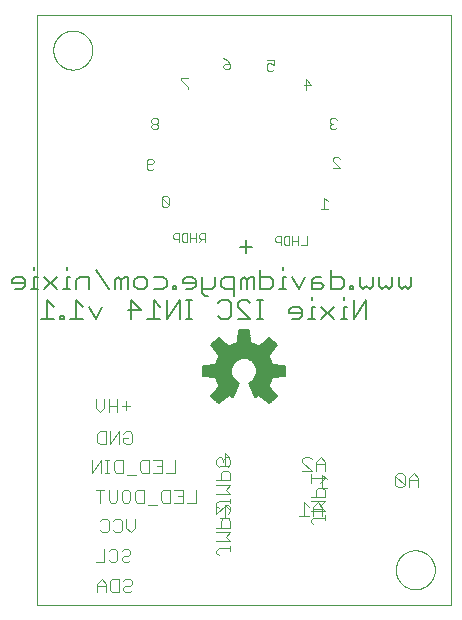
<source format=gbo>
G75*
%MOIN*%
%OFA0B0*%
%FSLAX25Y25*%
%IPPOS*%
%LPD*%
%AMOC8*
5,1,8,0,0,1.08239X$1,22.5*
%
%ADD10C,0.00000*%
%ADD11C,0.00600*%
%ADD12C,0.00400*%
%ADD13C,0.00300*%
%ADD14C,0.00591*%
D10*
X0007524Y0003094D02*
X0007524Y0199944D01*
X0145319Y0199944D01*
X0145319Y0003094D01*
X0007524Y0003094D01*
X0127008Y0014905D02*
X0127010Y0015066D01*
X0127016Y0015226D01*
X0127026Y0015387D01*
X0127040Y0015547D01*
X0127058Y0015707D01*
X0127079Y0015866D01*
X0127105Y0016025D01*
X0127135Y0016183D01*
X0127168Y0016340D01*
X0127206Y0016497D01*
X0127247Y0016652D01*
X0127292Y0016806D01*
X0127341Y0016959D01*
X0127394Y0017111D01*
X0127450Y0017262D01*
X0127511Y0017411D01*
X0127574Y0017559D01*
X0127642Y0017705D01*
X0127713Y0017849D01*
X0127787Y0017991D01*
X0127865Y0018132D01*
X0127947Y0018270D01*
X0128032Y0018407D01*
X0128120Y0018541D01*
X0128212Y0018673D01*
X0128307Y0018803D01*
X0128405Y0018931D01*
X0128506Y0019056D01*
X0128610Y0019178D01*
X0128717Y0019298D01*
X0128827Y0019415D01*
X0128940Y0019530D01*
X0129056Y0019641D01*
X0129175Y0019750D01*
X0129296Y0019855D01*
X0129420Y0019958D01*
X0129546Y0020058D01*
X0129674Y0020154D01*
X0129805Y0020247D01*
X0129939Y0020337D01*
X0130074Y0020424D01*
X0130212Y0020507D01*
X0130351Y0020587D01*
X0130493Y0020663D01*
X0130636Y0020736D01*
X0130781Y0020805D01*
X0130928Y0020871D01*
X0131076Y0020933D01*
X0131226Y0020991D01*
X0131377Y0021046D01*
X0131530Y0021097D01*
X0131684Y0021144D01*
X0131839Y0021187D01*
X0131995Y0021226D01*
X0132151Y0021262D01*
X0132309Y0021293D01*
X0132467Y0021321D01*
X0132626Y0021345D01*
X0132786Y0021365D01*
X0132946Y0021381D01*
X0133106Y0021393D01*
X0133267Y0021401D01*
X0133428Y0021405D01*
X0133588Y0021405D01*
X0133749Y0021401D01*
X0133910Y0021393D01*
X0134070Y0021381D01*
X0134230Y0021365D01*
X0134390Y0021345D01*
X0134549Y0021321D01*
X0134707Y0021293D01*
X0134865Y0021262D01*
X0135021Y0021226D01*
X0135177Y0021187D01*
X0135332Y0021144D01*
X0135486Y0021097D01*
X0135639Y0021046D01*
X0135790Y0020991D01*
X0135940Y0020933D01*
X0136088Y0020871D01*
X0136235Y0020805D01*
X0136380Y0020736D01*
X0136523Y0020663D01*
X0136665Y0020587D01*
X0136804Y0020507D01*
X0136942Y0020424D01*
X0137077Y0020337D01*
X0137211Y0020247D01*
X0137342Y0020154D01*
X0137470Y0020058D01*
X0137596Y0019958D01*
X0137720Y0019855D01*
X0137841Y0019750D01*
X0137960Y0019641D01*
X0138076Y0019530D01*
X0138189Y0019415D01*
X0138299Y0019298D01*
X0138406Y0019178D01*
X0138510Y0019056D01*
X0138611Y0018931D01*
X0138709Y0018803D01*
X0138804Y0018673D01*
X0138896Y0018541D01*
X0138984Y0018407D01*
X0139069Y0018270D01*
X0139151Y0018132D01*
X0139229Y0017991D01*
X0139303Y0017849D01*
X0139374Y0017705D01*
X0139442Y0017559D01*
X0139505Y0017411D01*
X0139566Y0017262D01*
X0139622Y0017111D01*
X0139675Y0016959D01*
X0139724Y0016806D01*
X0139769Y0016652D01*
X0139810Y0016497D01*
X0139848Y0016340D01*
X0139881Y0016183D01*
X0139911Y0016025D01*
X0139937Y0015866D01*
X0139958Y0015707D01*
X0139976Y0015547D01*
X0139990Y0015387D01*
X0140000Y0015226D01*
X0140006Y0015066D01*
X0140008Y0014905D01*
X0140006Y0014744D01*
X0140000Y0014584D01*
X0139990Y0014423D01*
X0139976Y0014263D01*
X0139958Y0014103D01*
X0139937Y0013944D01*
X0139911Y0013785D01*
X0139881Y0013627D01*
X0139848Y0013470D01*
X0139810Y0013313D01*
X0139769Y0013158D01*
X0139724Y0013004D01*
X0139675Y0012851D01*
X0139622Y0012699D01*
X0139566Y0012548D01*
X0139505Y0012399D01*
X0139442Y0012251D01*
X0139374Y0012105D01*
X0139303Y0011961D01*
X0139229Y0011819D01*
X0139151Y0011678D01*
X0139069Y0011540D01*
X0138984Y0011403D01*
X0138896Y0011269D01*
X0138804Y0011137D01*
X0138709Y0011007D01*
X0138611Y0010879D01*
X0138510Y0010754D01*
X0138406Y0010632D01*
X0138299Y0010512D01*
X0138189Y0010395D01*
X0138076Y0010280D01*
X0137960Y0010169D01*
X0137841Y0010060D01*
X0137720Y0009955D01*
X0137596Y0009852D01*
X0137470Y0009752D01*
X0137342Y0009656D01*
X0137211Y0009563D01*
X0137077Y0009473D01*
X0136942Y0009386D01*
X0136804Y0009303D01*
X0136665Y0009223D01*
X0136523Y0009147D01*
X0136380Y0009074D01*
X0136235Y0009005D01*
X0136088Y0008939D01*
X0135940Y0008877D01*
X0135790Y0008819D01*
X0135639Y0008764D01*
X0135486Y0008713D01*
X0135332Y0008666D01*
X0135177Y0008623D01*
X0135021Y0008584D01*
X0134865Y0008548D01*
X0134707Y0008517D01*
X0134549Y0008489D01*
X0134390Y0008465D01*
X0134230Y0008445D01*
X0134070Y0008429D01*
X0133910Y0008417D01*
X0133749Y0008409D01*
X0133588Y0008405D01*
X0133428Y0008405D01*
X0133267Y0008409D01*
X0133106Y0008417D01*
X0132946Y0008429D01*
X0132786Y0008445D01*
X0132626Y0008465D01*
X0132467Y0008489D01*
X0132309Y0008517D01*
X0132151Y0008548D01*
X0131995Y0008584D01*
X0131839Y0008623D01*
X0131684Y0008666D01*
X0131530Y0008713D01*
X0131377Y0008764D01*
X0131226Y0008819D01*
X0131076Y0008877D01*
X0130928Y0008939D01*
X0130781Y0009005D01*
X0130636Y0009074D01*
X0130493Y0009147D01*
X0130351Y0009223D01*
X0130212Y0009303D01*
X0130074Y0009386D01*
X0129939Y0009473D01*
X0129805Y0009563D01*
X0129674Y0009656D01*
X0129546Y0009752D01*
X0129420Y0009852D01*
X0129296Y0009955D01*
X0129175Y0010060D01*
X0129056Y0010169D01*
X0128940Y0010280D01*
X0128827Y0010395D01*
X0128717Y0010512D01*
X0128610Y0010632D01*
X0128506Y0010754D01*
X0128405Y0010879D01*
X0128307Y0011007D01*
X0128212Y0011137D01*
X0128120Y0011269D01*
X0128032Y0011403D01*
X0127947Y0011540D01*
X0127865Y0011678D01*
X0127787Y0011819D01*
X0127713Y0011961D01*
X0127642Y0012105D01*
X0127574Y0012251D01*
X0127511Y0012399D01*
X0127450Y0012548D01*
X0127394Y0012699D01*
X0127341Y0012851D01*
X0127292Y0013004D01*
X0127247Y0013158D01*
X0127206Y0013313D01*
X0127168Y0013470D01*
X0127135Y0013627D01*
X0127105Y0013785D01*
X0127079Y0013944D01*
X0127058Y0014103D01*
X0127040Y0014263D01*
X0127026Y0014423D01*
X0127016Y0014584D01*
X0127010Y0014744D01*
X0127008Y0014905D01*
X0012835Y0188133D02*
X0012837Y0188294D01*
X0012843Y0188454D01*
X0012853Y0188615D01*
X0012867Y0188775D01*
X0012885Y0188935D01*
X0012906Y0189094D01*
X0012932Y0189253D01*
X0012962Y0189411D01*
X0012995Y0189568D01*
X0013033Y0189725D01*
X0013074Y0189880D01*
X0013119Y0190034D01*
X0013168Y0190187D01*
X0013221Y0190339D01*
X0013277Y0190490D01*
X0013338Y0190639D01*
X0013401Y0190787D01*
X0013469Y0190933D01*
X0013540Y0191077D01*
X0013614Y0191219D01*
X0013692Y0191360D01*
X0013774Y0191498D01*
X0013859Y0191635D01*
X0013947Y0191769D01*
X0014039Y0191901D01*
X0014134Y0192031D01*
X0014232Y0192159D01*
X0014333Y0192284D01*
X0014437Y0192406D01*
X0014544Y0192526D01*
X0014654Y0192643D01*
X0014767Y0192758D01*
X0014883Y0192869D01*
X0015002Y0192978D01*
X0015123Y0193083D01*
X0015247Y0193186D01*
X0015373Y0193286D01*
X0015501Y0193382D01*
X0015632Y0193475D01*
X0015766Y0193565D01*
X0015901Y0193652D01*
X0016039Y0193735D01*
X0016178Y0193815D01*
X0016320Y0193891D01*
X0016463Y0193964D01*
X0016608Y0194033D01*
X0016755Y0194099D01*
X0016903Y0194161D01*
X0017053Y0194219D01*
X0017204Y0194274D01*
X0017357Y0194325D01*
X0017511Y0194372D01*
X0017666Y0194415D01*
X0017822Y0194454D01*
X0017978Y0194490D01*
X0018136Y0194521D01*
X0018294Y0194549D01*
X0018453Y0194573D01*
X0018613Y0194593D01*
X0018773Y0194609D01*
X0018933Y0194621D01*
X0019094Y0194629D01*
X0019255Y0194633D01*
X0019415Y0194633D01*
X0019576Y0194629D01*
X0019737Y0194621D01*
X0019897Y0194609D01*
X0020057Y0194593D01*
X0020217Y0194573D01*
X0020376Y0194549D01*
X0020534Y0194521D01*
X0020692Y0194490D01*
X0020848Y0194454D01*
X0021004Y0194415D01*
X0021159Y0194372D01*
X0021313Y0194325D01*
X0021466Y0194274D01*
X0021617Y0194219D01*
X0021767Y0194161D01*
X0021915Y0194099D01*
X0022062Y0194033D01*
X0022207Y0193964D01*
X0022350Y0193891D01*
X0022492Y0193815D01*
X0022631Y0193735D01*
X0022769Y0193652D01*
X0022904Y0193565D01*
X0023038Y0193475D01*
X0023169Y0193382D01*
X0023297Y0193286D01*
X0023423Y0193186D01*
X0023547Y0193083D01*
X0023668Y0192978D01*
X0023787Y0192869D01*
X0023903Y0192758D01*
X0024016Y0192643D01*
X0024126Y0192526D01*
X0024233Y0192406D01*
X0024337Y0192284D01*
X0024438Y0192159D01*
X0024536Y0192031D01*
X0024631Y0191901D01*
X0024723Y0191769D01*
X0024811Y0191635D01*
X0024896Y0191498D01*
X0024978Y0191360D01*
X0025056Y0191219D01*
X0025130Y0191077D01*
X0025201Y0190933D01*
X0025269Y0190787D01*
X0025332Y0190639D01*
X0025393Y0190490D01*
X0025449Y0190339D01*
X0025502Y0190187D01*
X0025551Y0190034D01*
X0025596Y0189880D01*
X0025637Y0189725D01*
X0025675Y0189568D01*
X0025708Y0189411D01*
X0025738Y0189253D01*
X0025764Y0189094D01*
X0025785Y0188935D01*
X0025803Y0188775D01*
X0025817Y0188615D01*
X0025827Y0188454D01*
X0025833Y0188294D01*
X0025835Y0188133D01*
X0025833Y0187972D01*
X0025827Y0187812D01*
X0025817Y0187651D01*
X0025803Y0187491D01*
X0025785Y0187331D01*
X0025764Y0187172D01*
X0025738Y0187013D01*
X0025708Y0186855D01*
X0025675Y0186698D01*
X0025637Y0186541D01*
X0025596Y0186386D01*
X0025551Y0186232D01*
X0025502Y0186079D01*
X0025449Y0185927D01*
X0025393Y0185776D01*
X0025332Y0185627D01*
X0025269Y0185479D01*
X0025201Y0185333D01*
X0025130Y0185189D01*
X0025056Y0185047D01*
X0024978Y0184906D01*
X0024896Y0184768D01*
X0024811Y0184631D01*
X0024723Y0184497D01*
X0024631Y0184365D01*
X0024536Y0184235D01*
X0024438Y0184107D01*
X0024337Y0183982D01*
X0024233Y0183860D01*
X0024126Y0183740D01*
X0024016Y0183623D01*
X0023903Y0183508D01*
X0023787Y0183397D01*
X0023668Y0183288D01*
X0023547Y0183183D01*
X0023423Y0183080D01*
X0023297Y0182980D01*
X0023169Y0182884D01*
X0023038Y0182791D01*
X0022904Y0182701D01*
X0022769Y0182614D01*
X0022631Y0182531D01*
X0022492Y0182451D01*
X0022350Y0182375D01*
X0022207Y0182302D01*
X0022062Y0182233D01*
X0021915Y0182167D01*
X0021767Y0182105D01*
X0021617Y0182047D01*
X0021466Y0181992D01*
X0021313Y0181941D01*
X0021159Y0181894D01*
X0021004Y0181851D01*
X0020848Y0181812D01*
X0020692Y0181776D01*
X0020534Y0181745D01*
X0020376Y0181717D01*
X0020217Y0181693D01*
X0020057Y0181673D01*
X0019897Y0181657D01*
X0019737Y0181645D01*
X0019576Y0181637D01*
X0019415Y0181633D01*
X0019255Y0181633D01*
X0019094Y0181637D01*
X0018933Y0181645D01*
X0018773Y0181657D01*
X0018613Y0181673D01*
X0018453Y0181693D01*
X0018294Y0181717D01*
X0018136Y0181745D01*
X0017978Y0181776D01*
X0017822Y0181812D01*
X0017666Y0181851D01*
X0017511Y0181894D01*
X0017357Y0181941D01*
X0017204Y0181992D01*
X0017053Y0182047D01*
X0016903Y0182105D01*
X0016755Y0182167D01*
X0016608Y0182233D01*
X0016463Y0182302D01*
X0016320Y0182375D01*
X0016178Y0182451D01*
X0016039Y0182531D01*
X0015901Y0182614D01*
X0015766Y0182701D01*
X0015632Y0182791D01*
X0015501Y0182884D01*
X0015373Y0182980D01*
X0015247Y0183080D01*
X0015123Y0183183D01*
X0015002Y0183288D01*
X0014883Y0183397D01*
X0014767Y0183508D01*
X0014654Y0183623D01*
X0014544Y0183740D01*
X0014437Y0183860D01*
X0014333Y0183982D01*
X0014232Y0184107D01*
X0014134Y0184235D01*
X0014039Y0184365D01*
X0013947Y0184497D01*
X0013859Y0184631D01*
X0013774Y0184768D01*
X0013692Y0184906D01*
X0013614Y0185047D01*
X0013540Y0185189D01*
X0013469Y0185333D01*
X0013401Y0185479D01*
X0013338Y0185627D01*
X0013277Y0185776D01*
X0013221Y0185927D01*
X0013168Y0186079D01*
X0013119Y0186232D01*
X0013074Y0186386D01*
X0013033Y0186541D01*
X0012995Y0186698D01*
X0012962Y0186855D01*
X0012932Y0187013D01*
X0012906Y0187172D01*
X0012885Y0187331D01*
X0012867Y0187491D01*
X0012853Y0187651D01*
X0012843Y0187812D01*
X0012837Y0187972D01*
X0012835Y0188133D01*
D11*
X0017286Y0115867D02*
X0017286Y0114799D01*
X0017286Y0112664D02*
X0017286Y0108394D01*
X0016219Y0108394D02*
X0018354Y0108394D01*
X0020529Y0108394D02*
X0020529Y0111597D01*
X0021596Y0112664D01*
X0024799Y0112664D01*
X0024799Y0108394D01*
X0020555Y0104799D02*
X0022690Y0102664D01*
X0024865Y0102664D02*
X0027001Y0098394D01*
X0029136Y0102664D01*
X0031245Y0108394D02*
X0026974Y0114799D01*
X0033420Y0111597D02*
X0033420Y0108394D01*
X0035555Y0108394D02*
X0035555Y0111597D01*
X0034487Y0112664D01*
X0033420Y0111597D01*
X0035555Y0111597D02*
X0036623Y0112664D01*
X0037690Y0112664D01*
X0037690Y0108394D01*
X0039865Y0109461D02*
X0039865Y0111597D01*
X0040933Y0112664D01*
X0043068Y0112664D01*
X0044136Y0111597D01*
X0044136Y0109461D01*
X0043068Y0108394D01*
X0040933Y0108394D01*
X0039865Y0109461D01*
X0038824Y0104799D02*
X0042027Y0101597D01*
X0037756Y0101597D01*
X0038824Y0104799D02*
X0038824Y0098394D01*
X0044202Y0098394D02*
X0048472Y0098394D01*
X0046337Y0098394D02*
X0046337Y0104799D01*
X0048472Y0102664D01*
X0050647Y0104799D02*
X0050647Y0098394D01*
X0054918Y0104799D01*
X0054918Y0098394D01*
X0057080Y0098394D02*
X0059215Y0098394D01*
X0058147Y0098394D02*
X0058147Y0104799D01*
X0057080Y0104799D02*
X0059215Y0104799D01*
X0059182Y0108394D02*
X0057047Y0108394D01*
X0055979Y0110529D02*
X0060249Y0110529D01*
X0060249Y0109461D02*
X0060249Y0111597D01*
X0059182Y0112664D01*
X0057047Y0112664D01*
X0055979Y0111597D01*
X0055979Y0110529D01*
X0053804Y0109461D02*
X0053804Y0108394D01*
X0052736Y0108394D01*
X0052736Y0109461D01*
X0053804Y0109461D01*
X0050581Y0109461D02*
X0049514Y0108394D01*
X0046311Y0108394D01*
X0046311Y0112664D02*
X0049514Y0112664D01*
X0050581Y0111597D01*
X0050581Y0109461D01*
X0059182Y0108394D02*
X0060249Y0109461D01*
X0062425Y0108394D02*
X0065627Y0108394D01*
X0066695Y0109461D01*
X0066695Y0112664D01*
X0068870Y0111597D02*
X0068870Y0109461D01*
X0069938Y0108394D01*
X0073140Y0108394D01*
X0073140Y0106259D02*
X0073140Y0112664D01*
X0069938Y0112664D01*
X0068870Y0111597D01*
X0064560Y0106259D02*
X0063492Y0106259D01*
X0062425Y0107326D01*
X0062425Y0112664D01*
X0068903Y0104799D02*
X0071038Y0104799D01*
X0072106Y0103732D01*
X0072106Y0099461D01*
X0071038Y0098394D01*
X0068903Y0098394D01*
X0067835Y0099461D01*
X0067835Y0103732D02*
X0068903Y0104799D01*
X0074281Y0103732D02*
X0074281Y0102664D01*
X0078551Y0098394D01*
X0074281Y0098394D01*
X0074281Y0103732D02*
X0075348Y0104799D01*
X0077484Y0104799D01*
X0078551Y0103732D01*
X0080713Y0104799D02*
X0082848Y0104799D01*
X0081781Y0104799D02*
X0081781Y0098394D01*
X0082848Y0098394D02*
X0080713Y0098394D01*
X0081761Y0108394D02*
X0084964Y0108394D01*
X0086031Y0109461D01*
X0086031Y0111597D01*
X0084964Y0112664D01*
X0081761Y0112664D01*
X0081761Y0114799D02*
X0081761Y0108394D01*
X0079586Y0108394D02*
X0079586Y0112664D01*
X0078518Y0112664D01*
X0077451Y0111597D01*
X0076383Y0112664D01*
X0075316Y0111597D01*
X0075316Y0108394D01*
X0077451Y0108394D02*
X0077451Y0111597D01*
X0077089Y0120461D02*
X0077089Y0124732D01*
X0079224Y0122597D02*
X0074954Y0122597D01*
X0088193Y0108394D02*
X0090328Y0108394D01*
X0089261Y0108394D02*
X0089261Y0112664D01*
X0090328Y0112664D01*
X0092504Y0112664D02*
X0094639Y0108394D01*
X0096774Y0112664D01*
X0098949Y0111597D02*
X0098949Y0108394D01*
X0102152Y0108394D01*
X0103219Y0109461D01*
X0102152Y0110529D01*
X0098949Y0110529D01*
X0098949Y0111597D02*
X0100017Y0112664D01*
X0102152Y0112664D01*
X0105395Y0112664D02*
X0108597Y0112664D01*
X0109665Y0111597D01*
X0109665Y0109461D01*
X0108597Y0108394D01*
X0105395Y0108394D01*
X0105395Y0114799D01*
X0109711Y0105867D02*
X0109711Y0104799D01*
X0109711Y0102664D02*
X0109711Y0098394D01*
X0110779Y0098394D02*
X0108643Y0098394D01*
X0106482Y0098394D02*
X0102211Y0102664D01*
X0100036Y0102664D02*
X0098969Y0102664D01*
X0098969Y0098394D01*
X0100036Y0098394D02*
X0097901Y0098394D01*
X0095739Y0099461D02*
X0095739Y0101597D01*
X0094672Y0102664D01*
X0092536Y0102664D01*
X0091469Y0101597D01*
X0091469Y0100529D01*
X0095739Y0100529D01*
X0095739Y0099461D02*
X0094672Y0098394D01*
X0092536Y0098394D01*
X0098969Y0104799D02*
X0098969Y0105867D01*
X0102211Y0098394D02*
X0106482Y0102664D01*
X0109711Y0102664D02*
X0110779Y0102664D01*
X0112954Y0104799D02*
X0112954Y0098394D01*
X0117224Y0104799D01*
X0117224Y0098394D01*
X0118266Y0108394D02*
X0117198Y0109461D01*
X0116130Y0108394D01*
X0115063Y0109461D01*
X0115063Y0112664D01*
X0112888Y0109461D02*
X0112888Y0108394D01*
X0111820Y0108394D01*
X0111820Y0109461D01*
X0112888Y0109461D01*
X0118266Y0108394D02*
X0119333Y0109461D01*
X0119333Y0112664D01*
X0121508Y0112664D02*
X0121508Y0109461D01*
X0122576Y0108394D01*
X0123643Y0109461D01*
X0124711Y0108394D01*
X0125779Y0109461D01*
X0125779Y0112664D01*
X0127954Y0112664D02*
X0127954Y0109461D01*
X0129021Y0108394D01*
X0130089Y0109461D01*
X0131157Y0108394D01*
X0132224Y0109461D01*
X0132224Y0112664D01*
X0089261Y0114799D02*
X0089261Y0115867D01*
X0022690Y0098394D02*
X0018420Y0098394D01*
X0020555Y0098394D02*
X0020555Y0104799D01*
X0016245Y0099461D02*
X0015177Y0099461D01*
X0015177Y0098394D01*
X0016245Y0098394D01*
X0016245Y0099461D01*
X0013022Y0098394D02*
X0008752Y0098394D01*
X0010887Y0098394D02*
X0010887Y0104799D01*
X0013022Y0102664D01*
X0014057Y0108394D02*
X0009786Y0112664D01*
X0007611Y0112664D02*
X0006544Y0112664D01*
X0006544Y0108394D01*
X0007611Y0108394D02*
X0005476Y0108394D01*
X0003314Y0109461D02*
X0003314Y0111597D01*
X0002247Y0112664D01*
X0000111Y0112664D01*
X-0000956Y0111597D01*
X-0000956Y0110529D01*
X0003314Y0110529D01*
X0003314Y0109461D02*
X0002247Y0108394D01*
X0000111Y0108394D01*
X0006544Y0114799D02*
X0006544Y0115867D01*
X0009786Y0108394D02*
X0014057Y0112664D01*
X0017286Y0112664D02*
X0018354Y0112664D01*
D12*
X0026986Y0071732D02*
X0026986Y0068847D01*
X0028429Y0067404D01*
X0029872Y0068847D01*
X0029872Y0071732D01*
X0031337Y0071732D02*
X0031337Y0067404D01*
X0031337Y0069568D02*
X0034222Y0069568D01*
X0035687Y0069568D02*
X0038572Y0069568D01*
X0037129Y0071011D02*
X0037129Y0068125D01*
X0034222Y0067404D02*
X0034222Y0071732D01*
X0034773Y0061008D02*
X0031887Y0056680D01*
X0031887Y0061008D01*
X0030422Y0061008D02*
X0028258Y0061008D01*
X0027537Y0060286D01*
X0027537Y0057401D01*
X0028258Y0056680D01*
X0030422Y0056680D01*
X0030422Y0061008D01*
X0034773Y0061008D02*
X0034773Y0056680D01*
X0036237Y0057401D02*
X0036237Y0058844D01*
X0037680Y0058844D01*
X0039123Y0060286D02*
X0039123Y0057401D01*
X0038401Y0056680D01*
X0036959Y0056680D01*
X0036237Y0057401D01*
X0036237Y0060286D02*
X0036959Y0061008D01*
X0038401Y0061008D01*
X0039123Y0060286D01*
X0035923Y0051622D02*
X0033759Y0051622D01*
X0033038Y0050901D01*
X0033038Y0048015D01*
X0033759Y0047294D01*
X0035923Y0047294D01*
X0035923Y0051622D01*
X0037388Y0046572D02*
X0040274Y0046572D01*
X0041738Y0048015D02*
X0041738Y0050901D01*
X0042460Y0051622D01*
X0044624Y0051622D01*
X0044624Y0047294D01*
X0042460Y0047294D01*
X0041738Y0048015D01*
X0046089Y0047294D02*
X0048974Y0047294D01*
X0048974Y0051622D01*
X0046089Y0051622D01*
X0047531Y0049458D02*
X0048974Y0049458D01*
X0050439Y0047294D02*
X0053324Y0047294D01*
X0053324Y0051622D01*
X0053089Y0041622D02*
X0055974Y0041622D01*
X0055974Y0037294D01*
X0053089Y0037294D01*
X0051624Y0037294D02*
X0049460Y0037294D01*
X0048738Y0038015D01*
X0048738Y0040901D01*
X0049460Y0041622D01*
X0051624Y0041622D01*
X0051624Y0037294D01*
X0054531Y0039458D02*
X0055974Y0039458D01*
X0057439Y0037294D02*
X0060324Y0037294D01*
X0060324Y0041622D01*
X0067228Y0040120D02*
X0071832Y0040120D01*
X0070297Y0041654D01*
X0071832Y0043189D01*
X0067228Y0043189D01*
X0067228Y0044724D02*
X0071832Y0044724D01*
X0071832Y0047026D01*
X0071065Y0047793D01*
X0069530Y0047793D01*
X0068763Y0047026D01*
X0068763Y0044724D01*
X0068428Y0049357D02*
X0071497Y0049357D01*
X0071065Y0049328D02*
X0071832Y0050095D01*
X0071832Y0051630D01*
X0071065Y0052397D01*
X0070297Y0052397D01*
X0069530Y0051630D01*
X0068763Y0052397D01*
X0067995Y0052397D01*
X0067228Y0051630D01*
X0067228Y0050095D01*
X0067995Y0049328D01*
X0069963Y0049357D02*
X0069963Y0053961D01*
X0071497Y0052426D01*
X0069530Y0051630D02*
X0069530Y0050862D01*
X0071832Y0038585D02*
X0071832Y0037051D01*
X0071832Y0037818D02*
X0067995Y0037818D01*
X0067228Y0037051D01*
X0067228Y0036283D01*
X0067995Y0035516D01*
X0067228Y0036649D02*
X0067228Y0033580D01*
X0070297Y0036649D01*
X0071065Y0036649D01*
X0071832Y0035882D01*
X0071832Y0034347D01*
X0071065Y0033580D01*
X0071065Y0032045D02*
X0069530Y0032045D01*
X0068763Y0031278D01*
X0068763Y0028976D01*
X0067228Y0028976D02*
X0071832Y0028976D01*
X0071832Y0031278D01*
X0071065Y0032045D01*
X0071497Y0032034D02*
X0068428Y0032034D01*
X0069963Y0032034D02*
X0069963Y0036638D01*
X0071497Y0035103D01*
X0071832Y0027441D02*
X0067228Y0027441D01*
X0067228Y0024372D02*
X0071832Y0024372D01*
X0070297Y0025906D01*
X0071832Y0027441D01*
X0071832Y0022837D02*
X0071832Y0021302D01*
X0071832Y0022070D02*
X0067995Y0022070D01*
X0067228Y0021302D01*
X0067228Y0020535D01*
X0067995Y0019768D01*
X0047274Y0036572D02*
X0044388Y0036572D01*
X0042923Y0037294D02*
X0040759Y0037294D01*
X0040038Y0038015D01*
X0040038Y0040901D01*
X0040759Y0041622D01*
X0042923Y0041622D01*
X0042923Y0037294D01*
X0038573Y0038015D02*
X0037852Y0037294D01*
X0036409Y0037294D01*
X0035688Y0038015D01*
X0035688Y0040901D01*
X0036409Y0041622D01*
X0037852Y0041622D01*
X0038573Y0040901D01*
X0038573Y0038015D01*
X0034223Y0038015D02*
X0033502Y0037294D01*
X0032059Y0037294D01*
X0031338Y0038015D01*
X0031338Y0041622D01*
X0029873Y0041622D02*
X0026988Y0041622D01*
X0028430Y0041622D02*
X0028430Y0037294D01*
X0029208Y0031732D02*
X0030650Y0031732D01*
X0031372Y0031011D01*
X0031372Y0028125D01*
X0030650Y0027404D01*
X0029208Y0027404D01*
X0028486Y0028125D01*
X0028486Y0031011D02*
X0029208Y0031732D01*
X0032837Y0031011D02*
X0033558Y0031732D01*
X0035001Y0031732D01*
X0035722Y0031011D01*
X0035722Y0028125D01*
X0035001Y0027404D01*
X0033558Y0027404D01*
X0032837Y0028125D01*
X0037187Y0028847D02*
X0037187Y0031732D01*
X0037187Y0028847D02*
X0038629Y0027404D01*
X0040072Y0028847D01*
X0040072Y0031732D01*
X0034223Y0038015D02*
X0034223Y0041622D01*
X0031573Y0047294D02*
X0030131Y0047294D01*
X0030852Y0047294D02*
X0030852Y0051622D01*
X0031573Y0051622D02*
X0030131Y0051622D01*
X0028673Y0051622D02*
X0025788Y0047294D01*
X0025788Y0051622D01*
X0028673Y0051622D02*
X0028673Y0047294D01*
X0029872Y0021732D02*
X0029872Y0017404D01*
X0026986Y0017404D01*
X0031337Y0018125D02*
X0032058Y0017404D01*
X0033501Y0017404D01*
X0034222Y0018125D01*
X0034222Y0021011D01*
X0033501Y0021732D01*
X0032058Y0021732D01*
X0031337Y0021011D01*
X0035687Y0021011D02*
X0036408Y0021732D01*
X0037851Y0021732D01*
X0038572Y0021011D01*
X0038572Y0020289D01*
X0037851Y0019568D01*
X0036408Y0019568D01*
X0035687Y0018847D01*
X0035687Y0018125D01*
X0036408Y0017404D01*
X0037851Y0017404D01*
X0038572Y0018125D01*
X0038351Y0011732D02*
X0036908Y0011732D01*
X0036187Y0011011D01*
X0036908Y0009568D02*
X0036187Y0008847D01*
X0036187Y0008125D01*
X0036908Y0007404D01*
X0038351Y0007404D01*
X0039072Y0008125D01*
X0038351Y0009568D02*
X0036908Y0009568D01*
X0038351Y0009568D02*
X0039072Y0010289D01*
X0039072Y0011011D01*
X0038351Y0011732D01*
X0034722Y0011732D02*
X0034722Y0007404D01*
X0032558Y0007404D01*
X0031837Y0008125D01*
X0031837Y0011011D01*
X0032558Y0011732D01*
X0034722Y0011732D01*
X0030372Y0010289D02*
X0030372Y0007404D01*
X0030372Y0009568D02*
X0027486Y0009568D01*
X0027486Y0010289D02*
X0027486Y0007404D01*
X0027486Y0010289D02*
X0028929Y0011732D01*
X0030372Y0010289D01*
X0094899Y0032904D02*
X0097968Y0032904D01*
X0096434Y0032904D02*
X0096434Y0037508D01*
X0097968Y0035973D01*
X0099503Y0035973D02*
X0099503Y0032904D01*
X0099491Y0032306D02*
X0103328Y0032306D01*
X0103328Y0031539D02*
X0103328Y0033073D01*
X0102572Y0032904D02*
X0102572Y0035973D01*
X0101038Y0037508D01*
X0099503Y0035973D01*
X0099503Y0035206D02*
X0102572Y0035206D01*
X0103328Y0034608D02*
X0101793Y0036143D01*
X0103328Y0037677D01*
X0098724Y0037677D01*
X0098724Y0039212D02*
X0103328Y0039212D01*
X0103328Y0041514D01*
X0102561Y0042281D01*
X0101026Y0042281D01*
X0100259Y0041514D01*
X0100259Y0039212D01*
X0100924Y0042058D02*
X0103993Y0042058D01*
X0102459Y0042058D02*
X0102459Y0046662D01*
X0103993Y0045127D01*
X0103328Y0045350D02*
X0098724Y0045350D01*
X0098724Y0043816D02*
X0098724Y0046885D01*
X0098968Y0047904D02*
X0095899Y0050973D01*
X0095899Y0051741D01*
X0096666Y0052508D01*
X0098201Y0052508D01*
X0098968Y0051741D01*
X0100503Y0050973D02*
X0100503Y0047904D01*
X0098968Y0047904D02*
X0095899Y0047904D01*
X0100503Y0050206D02*
X0103572Y0050206D01*
X0103572Y0050973D02*
X0103572Y0047904D01*
X0103328Y0045350D02*
X0101793Y0043816D01*
X0100503Y0050973D02*
X0102038Y0052508D01*
X0103572Y0050973D01*
X0103328Y0034608D02*
X0098724Y0034608D01*
X0099491Y0032306D02*
X0098724Y0031539D01*
X0098724Y0030771D01*
X0099491Y0030004D01*
X0126899Y0043171D02*
X0127666Y0042404D01*
X0129201Y0042404D01*
X0129968Y0043171D01*
X0126899Y0046241D01*
X0126899Y0043171D01*
X0126899Y0046241D02*
X0127666Y0047008D01*
X0129201Y0047008D01*
X0129968Y0046241D01*
X0129968Y0043171D01*
X0131503Y0042404D02*
X0131503Y0045473D01*
X0133038Y0047008D01*
X0134572Y0045473D01*
X0134572Y0042404D01*
X0134572Y0044706D02*
X0131503Y0044706D01*
D13*
X0097374Y0123244D02*
X0095473Y0123244D01*
X0094474Y0123244D02*
X0094474Y0126096D01*
X0094474Y0124670D02*
X0092573Y0124670D01*
X0092573Y0126096D02*
X0092573Y0123244D01*
X0091574Y0123244D02*
X0090148Y0123244D01*
X0089673Y0123719D01*
X0089673Y0125621D01*
X0090148Y0126096D01*
X0091574Y0126096D01*
X0091574Y0123244D01*
X0088674Y0123244D02*
X0088674Y0126096D01*
X0087248Y0126096D01*
X0086772Y0125621D01*
X0086772Y0124670D01*
X0087248Y0124195D01*
X0088674Y0124195D01*
X0097374Y0123244D02*
X0097374Y0126096D01*
X0101947Y0135244D02*
X0104374Y0135244D01*
X0103161Y0135244D02*
X0103161Y0138884D01*
X0104374Y0137671D01*
X0105947Y0148744D02*
X0108374Y0148744D01*
X0105947Y0151171D01*
X0105947Y0151777D01*
X0106554Y0152384D01*
X0107767Y0152384D01*
X0108374Y0151777D01*
X0106767Y0161744D02*
X0105554Y0161744D01*
X0104947Y0162351D01*
X0104947Y0162957D01*
X0105554Y0163564D01*
X0106161Y0163564D01*
X0105554Y0163564D02*
X0104947Y0164171D01*
X0104947Y0164777D01*
X0105554Y0165384D01*
X0106767Y0165384D01*
X0107374Y0164777D01*
X0107374Y0162351D02*
X0106767Y0161744D01*
X0097054Y0174744D02*
X0097054Y0178384D01*
X0098874Y0176564D01*
X0096447Y0176564D01*
X0086374Y0181851D02*
X0085767Y0181244D01*
X0084554Y0181244D01*
X0083947Y0181851D01*
X0083947Y0183064D01*
X0084554Y0183671D01*
X0085161Y0183671D01*
X0086374Y0183064D01*
X0086374Y0184884D01*
X0083947Y0184884D01*
X0071874Y0183564D02*
X0070054Y0183564D01*
X0069447Y0182957D01*
X0069447Y0182351D01*
X0070054Y0181744D01*
X0071267Y0181744D01*
X0071874Y0182351D01*
X0071874Y0183564D01*
X0070661Y0184777D01*
X0069447Y0185384D01*
X0057874Y0178884D02*
X0055447Y0178884D01*
X0055447Y0178277D01*
X0057874Y0175851D01*
X0057874Y0175244D01*
X0047874Y0164777D02*
X0047874Y0164171D01*
X0047267Y0163564D01*
X0046054Y0163564D01*
X0045447Y0162957D01*
X0045447Y0162351D01*
X0046054Y0161744D01*
X0047267Y0161744D01*
X0047874Y0162351D01*
X0047874Y0162957D01*
X0047267Y0163564D01*
X0046054Y0163564D02*
X0045447Y0164171D01*
X0045447Y0164777D01*
X0046054Y0165384D01*
X0047267Y0165384D01*
X0047874Y0164777D01*
X0045767Y0151884D02*
X0044554Y0151884D01*
X0043947Y0151277D01*
X0043947Y0148851D01*
X0044554Y0148244D01*
X0045767Y0148244D01*
X0046374Y0148851D01*
X0045767Y0150064D02*
X0043947Y0150064D01*
X0045767Y0150064D02*
X0046374Y0150671D01*
X0046374Y0151277D01*
X0045767Y0151884D01*
X0049554Y0139384D02*
X0048947Y0138777D01*
X0051374Y0136351D01*
X0050767Y0135744D01*
X0049554Y0135744D01*
X0048947Y0136351D01*
X0048947Y0138777D01*
X0049554Y0139384D02*
X0050767Y0139384D01*
X0051374Y0138777D01*
X0051374Y0136351D01*
X0053248Y0127096D02*
X0052772Y0126621D01*
X0052772Y0125670D01*
X0053248Y0125195D01*
X0054674Y0125195D01*
X0054674Y0124244D02*
X0054674Y0127096D01*
X0053248Y0127096D01*
X0055673Y0126621D02*
X0055673Y0124719D01*
X0056148Y0124244D01*
X0057574Y0124244D01*
X0057574Y0127096D01*
X0056148Y0127096D01*
X0055673Y0126621D01*
X0058573Y0127096D02*
X0058573Y0124244D01*
X0058573Y0125670D02*
X0060474Y0125670D01*
X0061473Y0125670D02*
X0061948Y0125195D01*
X0063374Y0125195D01*
X0062423Y0125195D02*
X0061473Y0124244D01*
X0060474Y0124244D02*
X0060474Y0127096D01*
X0061473Y0126621D02*
X0061473Y0125670D01*
X0061473Y0126621D02*
X0061948Y0127096D01*
X0063374Y0127096D01*
X0063374Y0124244D01*
D14*
X0074743Y0094881D02*
X0078101Y0094881D01*
X0078553Y0090435D01*
X0079558Y0090143D01*
X0080525Y0089743D01*
X0081442Y0089238D01*
X0084905Y0092062D01*
X0087280Y0089688D01*
X0084456Y0086224D01*
X0084961Y0085307D01*
X0085361Y0084340D01*
X0085652Y0083335D01*
X0090099Y0082883D01*
X0090099Y0079525D01*
X0085652Y0079073D01*
X0085361Y0078068D01*
X0084961Y0077101D01*
X0084456Y0076184D01*
X0087280Y0072721D01*
X0084905Y0070346D01*
X0081442Y0073170D01*
X0080759Y0072782D01*
X0080047Y0072452D01*
X0078070Y0077226D01*
X0078713Y0077558D01*
X0079291Y0077993D01*
X0079789Y0078519D01*
X0080191Y0079121D01*
X0080486Y0079782D01*
X0080667Y0080483D01*
X0080728Y0081204D01*
X0080652Y0082008D01*
X0080428Y0082784D01*
X0080062Y0083504D01*
X0079569Y0084143D01*
X0078965Y0084679D01*
X0078271Y0085093D01*
X0077513Y0085370D01*
X0076716Y0085500D01*
X0075909Y0085480D01*
X0075119Y0085309D01*
X0074376Y0084993D01*
X0073704Y0084545D01*
X0073128Y0083978D01*
X0072668Y0083315D01*
X0072340Y0082577D01*
X0072156Y0081791D01*
X0072121Y0080984D01*
X0072238Y0080185D01*
X0072502Y0079421D01*
X0072904Y0078721D01*
X0073429Y0078108D01*
X0074060Y0077603D01*
X0074774Y0077226D01*
X0072796Y0072452D01*
X0072084Y0072782D01*
X0071402Y0073170D01*
X0067938Y0070346D01*
X0065564Y0072721D01*
X0068388Y0076184D01*
X0067883Y0077101D01*
X0067482Y0078068D01*
X0067191Y0079073D01*
X0062745Y0079525D01*
X0062745Y0082883D01*
X0067191Y0083335D01*
X0067482Y0084340D01*
X0067883Y0085307D01*
X0068388Y0086224D01*
X0065564Y0089688D01*
X0067938Y0092062D01*
X0071402Y0089238D01*
X0072319Y0089743D01*
X0073285Y0090143D01*
X0074291Y0090435D01*
X0074743Y0094881D01*
X0074694Y0094399D02*
X0078150Y0094399D01*
X0078210Y0093809D02*
X0074634Y0093809D01*
X0074574Y0093220D02*
X0078270Y0093220D01*
X0078330Y0092631D02*
X0074514Y0092631D01*
X0074454Y0092042D02*
X0078389Y0092042D01*
X0078449Y0091453D02*
X0074394Y0091453D01*
X0074334Y0090864D02*
X0078509Y0090864D01*
X0079104Y0090275D02*
X0073740Y0090275D01*
X0072215Y0089686D02*
X0080628Y0089686D01*
X0081991Y0089686D02*
X0087279Y0089686D01*
X0086798Y0089097D02*
X0066045Y0089097D01*
X0065565Y0089686D02*
X0070853Y0089686D01*
X0070130Y0090275D02*
X0066151Y0090275D01*
X0066740Y0090864D02*
X0069408Y0090864D01*
X0068685Y0091453D02*
X0067329Y0091453D01*
X0067918Y0092042D02*
X0067963Y0092042D01*
X0066525Y0088508D02*
X0086318Y0088508D01*
X0085838Y0087919D02*
X0067006Y0087919D01*
X0067486Y0087330D02*
X0085358Y0087330D01*
X0084877Y0086741D02*
X0067966Y0086741D01*
X0068348Y0086152D02*
X0084496Y0086152D01*
X0084820Y0085563D02*
X0068023Y0085563D01*
X0067745Y0084974D02*
X0074346Y0084974D01*
X0073542Y0084384D02*
X0067501Y0084384D01*
X0067324Y0083795D02*
X0073002Y0083795D01*
X0072620Y0083206D02*
X0065924Y0083206D01*
X0062745Y0082617D02*
X0072358Y0082617D01*
X0072212Y0082028D02*
X0062745Y0082028D01*
X0062745Y0081439D02*
X0072141Y0081439D01*
X0072141Y0080850D02*
X0062745Y0080850D01*
X0062745Y0080261D02*
X0072227Y0080261D01*
X0072415Y0079672D02*
X0062745Y0079672D01*
X0067093Y0079083D02*
X0072696Y0079083D01*
X0073098Y0078494D02*
X0067359Y0078494D01*
X0067550Y0077905D02*
X0073683Y0077905D01*
X0074604Y0077316D02*
X0067794Y0077316D01*
X0068089Y0076727D02*
X0074567Y0076727D01*
X0074323Y0076138D02*
X0068350Y0076138D01*
X0067869Y0075549D02*
X0074079Y0075549D01*
X0073835Y0074959D02*
X0067389Y0074959D01*
X0066909Y0074370D02*
X0073591Y0074370D01*
X0073347Y0073781D02*
X0066428Y0073781D01*
X0065948Y0073192D02*
X0073103Y0073192D01*
X0072859Y0072603D02*
X0072469Y0072603D01*
X0070707Y0072603D02*
X0065681Y0072603D01*
X0066270Y0072014D02*
X0069984Y0072014D01*
X0069262Y0071425D02*
X0066859Y0071425D01*
X0067448Y0070836D02*
X0068540Y0070836D01*
X0079009Y0074959D02*
X0085454Y0074959D01*
X0085935Y0074370D02*
X0079253Y0074370D01*
X0079497Y0073781D02*
X0086415Y0073781D01*
X0086895Y0073192D02*
X0079741Y0073192D01*
X0079985Y0072603D02*
X0080374Y0072603D01*
X0082137Y0072603D02*
X0087163Y0072603D01*
X0086574Y0072014D02*
X0082859Y0072014D01*
X0083582Y0071425D02*
X0085985Y0071425D01*
X0085395Y0070836D02*
X0084304Y0070836D01*
X0084974Y0075549D02*
X0078765Y0075549D01*
X0078521Y0076138D02*
X0084494Y0076138D01*
X0084755Y0076727D02*
X0078277Y0076727D01*
X0078244Y0077316D02*
X0085050Y0077316D01*
X0085294Y0077905D02*
X0079174Y0077905D01*
X0079765Y0078494D02*
X0085485Y0078494D01*
X0085750Y0079083D02*
X0080165Y0079083D01*
X0080437Y0079672D02*
X0090099Y0079672D01*
X0090099Y0080261D02*
X0080610Y0080261D01*
X0080698Y0080850D02*
X0090099Y0080850D01*
X0090099Y0081439D02*
X0080706Y0081439D01*
X0080647Y0082028D02*
X0090099Y0082028D01*
X0090099Y0082617D02*
X0080476Y0082617D01*
X0080213Y0083206D02*
X0086920Y0083206D01*
X0085519Y0083795D02*
X0079838Y0083795D01*
X0079297Y0084384D02*
X0085343Y0084384D01*
X0085099Y0084974D02*
X0078471Y0084974D01*
X0082713Y0090275D02*
X0086692Y0090275D01*
X0086103Y0090864D02*
X0083436Y0090864D01*
X0084158Y0091453D02*
X0085514Y0091453D01*
X0084925Y0092042D02*
X0084881Y0092042D01*
M02*

</source>
